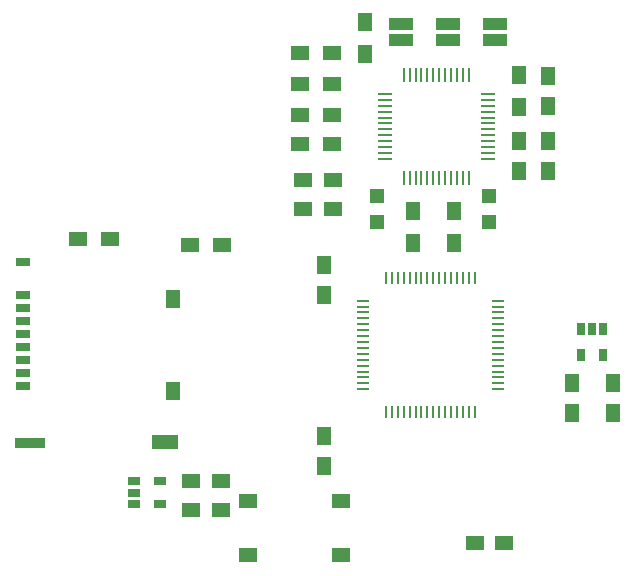
<source format=gbr>
G04 #@! TF.FileFunction,Paste,Top*
%FSLAX46Y46*%
G04 Gerber Fmt 4.6, Leading zero omitted, Abs format (unit mm)*
G04 Created by KiCad (PCBNEW 4.0.6-e0-6349~53~ubuntu16.04.1) date Mon Jul 24 21:03:44 2017*
%MOMM*%
%LPD*%
G01*
G04 APERTURE LIST*
%ADD10C,0.100000*%
%ADD11R,1.300000X0.250000*%
%ADD12R,0.250000X1.300000*%
%ADD13R,1.250000X1.500000*%
%ADD14R,1.500000X1.250000*%
%ADD15R,1.240000X0.800000*%
%ADD16R,1.150000X1.500000*%
%ADD17R,2.200000X1.150000*%
%ADD18R,2.500000X0.950000*%
%ADD19R,1.200000X1.200000*%
%ADD20R,2.000000X1.000000*%
%ADD21R,1.300000X1.500000*%
%ADD22R,1.500000X1.300000*%
%ADD23R,0.250000X1.000000*%
%ADD24R,1.000000X0.250000*%
%ADD25R,1.060000X0.650000*%
%ADD26R,0.650000X1.060000*%
%ADD27R,1.550000X1.300000*%
G04 APERTURE END LIST*
D10*
D11*
X62650000Y-28750000D03*
X62650000Y-29250000D03*
X62650000Y-29750000D03*
X62650000Y-30250000D03*
X62650000Y-30750000D03*
X62650000Y-31250000D03*
X62650000Y-31750000D03*
X62650000Y-32250000D03*
X62650000Y-32750000D03*
X62650000Y-33250000D03*
X62650000Y-33750000D03*
X62650000Y-34250000D03*
D12*
X64250000Y-35850000D03*
X64750000Y-35850000D03*
X65250000Y-35850000D03*
X65750000Y-35850000D03*
X66250000Y-35850000D03*
X66750000Y-35850000D03*
X67250000Y-35850000D03*
X67750000Y-35850000D03*
X68250000Y-35850000D03*
X68750000Y-35850000D03*
X69250000Y-35850000D03*
X69750000Y-35850000D03*
D11*
X71350000Y-34250000D03*
X71350000Y-33750000D03*
X71350000Y-33250000D03*
X71350000Y-32750000D03*
X71350000Y-32250000D03*
X71350000Y-31750000D03*
X71350000Y-31250000D03*
X71350000Y-30750000D03*
X71350000Y-30250000D03*
X71350000Y-29750000D03*
X71350000Y-29250000D03*
X71350000Y-28750000D03*
D12*
X69750000Y-27150000D03*
X69250000Y-27150000D03*
X68750000Y-27150000D03*
X68250000Y-27150000D03*
X67750000Y-27150000D03*
X67250000Y-27150000D03*
X66750000Y-27150000D03*
X66250000Y-27150000D03*
X65750000Y-27150000D03*
X65250000Y-27150000D03*
X64750000Y-27150000D03*
X64250000Y-27150000D03*
D13*
X57500000Y-43250000D03*
X57500000Y-45750000D03*
X57500000Y-60250000D03*
X57500000Y-57750000D03*
D14*
X46250000Y-61500000D03*
X48750000Y-61500000D03*
X46250000Y-64000000D03*
X48750000Y-64000000D03*
D13*
X78500000Y-53250000D03*
X78500000Y-55750000D03*
X82000000Y-53250000D03*
X82000000Y-55750000D03*
X76500000Y-32750000D03*
X76500000Y-35250000D03*
X76500000Y-27250000D03*
X76500000Y-29750000D03*
D14*
X55750000Y-38500000D03*
X58250000Y-38500000D03*
X55750000Y-36000000D03*
X58250000Y-36000000D03*
D15*
X32000000Y-45750006D03*
X32000000Y-46857148D03*
X32000000Y-47964290D03*
X32000000Y-49071432D03*
X32000000Y-50178574D03*
X32000000Y-51285716D03*
X32000000Y-52392858D03*
X32000000Y-53500000D03*
X32000000Y-43000000D03*
D16*
X44700000Y-46100000D03*
X44700000Y-53900000D03*
D17*
X44000000Y-58200000D03*
D18*
X32600000Y-58300000D03*
D19*
X62000000Y-39600000D03*
X62000000Y-37400000D03*
X71500000Y-39600000D03*
X71500000Y-37400000D03*
D20*
X64000000Y-22800000D03*
X64000000Y-24200000D03*
X68000000Y-22800000D03*
X68000000Y-24200000D03*
X72000000Y-22800000D03*
X72000000Y-24200000D03*
D21*
X74000000Y-29850000D03*
X74000000Y-27150000D03*
X61000000Y-25350000D03*
X61000000Y-22650000D03*
D22*
X48850000Y-41500000D03*
X46150000Y-41500000D03*
X39350000Y-41000000D03*
X36650000Y-41000000D03*
D21*
X68500000Y-38650000D03*
X68500000Y-41350000D03*
X65000000Y-38650000D03*
X65000000Y-41350000D03*
D22*
X55500000Y-33000000D03*
X58200000Y-33000000D03*
X55500000Y-30500000D03*
X58200000Y-30500000D03*
X55500000Y-25300000D03*
X58200000Y-25300000D03*
X55500000Y-27900000D03*
X58200000Y-27900000D03*
D23*
X62750000Y-55700000D03*
X63250000Y-55700000D03*
X63750000Y-55700000D03*
X64250000Y-55700000D03*
X64750000Y-55700000D03*
X65250000Y-55700000D03*
X65750000Y-55700000D03*
X66250000Y-55700000D03*
X66750000Y-55700000D03*
X67250000Y-55700000D03*
X67750000Y-55700000D03*
X68250000Y-55700000D03*
X68750000Y-55700000D03*
X69250000Y-55700000D03*
X69750000Y-55700000D03*
X70250000Y-55700000D03*
D24*
X72200000Y-53750000D03*
X72200000Y-53250000D03*
X72200000Y-52750000D03*
X72200000Y-52250000D03*
X72200000Y-51750000D03*
X72200000Y-51250000D03*
X72200000Y-50750000D03*
X72200000Y-50250000D03*
X72200000Y-49750000D03*
X72200000Y-49250000D03*
X72200000Y-48750000D03*
X72200000Y-48250000D03*
X72200000Y-47750000D03*
X72200000Y-47250000D03*
X72200000Y-46750000D03*
X72200000Y-46250000D03*
D23*
X70250000Y-44300000D03*
X69750000Y-44300000D03*
X69250000Y-44300000D03*
X68750000Y-44300000D03*
X68250000Y-44300000D03*
X67750000Y-44300000D03*
X67250000Y-44300000D03*
X66750000Y-44300000D03*
X66250000Y-44300000D03*
X65750000Y-44300000D03*
X65250000Y-44300000D03*
X64750000Y-44300000D03*
X64250000Y-44300000D03*
X63750000Y-44300000D03*
X63250000Y-44300000D03*
X62750000Y-44300000D03*
D24*
X60800000Y-46250000D03*
X60800000Y-46750000D03*
X60800000Y-47250000D03*
X60800000Y-47750000D03*
X60800000Y-48250000D03*
X60800000Y-48750000D03*
X60800000Y-49250000D03*
X60800000Y-49750000D03*
X60800000Y-50250000D03*
X60800000Y-50750000D03*
X60800000Y-51250000D03*
X60800000Y-51750000D03*
X60800000Y-52250000D03*
X60800000Y-52750000D03*
X60800000Y-53250000D03*
X60800000Y-53750000D03*
D25*
X41400000Y-61550000D03*
X41400000Y-62500000D03*
X41400000Y-63450000D03*
X43600000Y-63450000D03*
X43600000Y-61550000D03*
D26*
X81125000Y-48610952D03*
X80175000Y-48610952D03*
X79225000Y-48610952D03*
X79225000Y-50810952D03*
X81125000Y-50810952D03*
D13*
X74000000Y-35250000D03*
X74000000Y-32750000D03*
D14*
X70250000Y-66750000D03*
X72750000Y-66750000D03*
D27*
X51025000Y-63250000D03*
X58975000Y-63250000D03*
X51025000Y-67750000D03*
X58975000Y-67750000D03*
M02*

</source>
